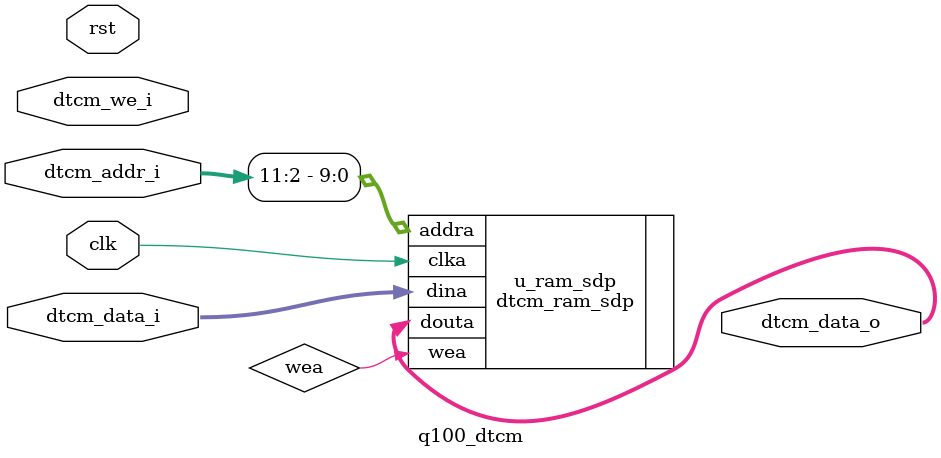
<source format=sv>
module q100_dtcm #(
    parameter DTCM_DATA_WIDTH = 32,
	parameter DTCM_ADDR_WIDTH = 12,
	parameter DTCM_BANK = 4,
	parameter INIT_FILE = ""  // Specify name/location of RAM initialization file if using one (leave blank if not)
)
(
    input clk,
	input rst,
	input         [DTCM_ADDR_WIDTH-1:0] dtcm_addr_i,
	input         [DTCM_BANK-1:0]       dtcm_we_i,
	output        [DTCM_DATA_WIDTH-1:0] dtcm_data_o,
	input         [DTCM_DATA_WIDTH-1:0] dtcm_data_i
);

dtcm_ram_sdp u_ram_sdp (
  .clka(clk),    // input wire clka
  .wea(wea),      // input wire [3 : 0] wea
  .addra(dtcm_addr_i[11:2]),  // input wire [9 : 0] addra
  .dina(dtcm_data_i),    // input wire [35 : 0] dina
  .douta(dtcm_data_o)  // output wire [35 : 0] douta
);
/*
  parameter RAM_WIDTH = DTCM_DATA_WIDTH/DTCM_BANK;
  parameter RAM_DEPTH = 2**DTCM_ADDR_WIDTH/DTCM_BANK;                  // Specify RAM depth (number of entries)

  (* ram_style = "block" *)
  reg [RAM_WIDTH-1:0] dtcm_ram [DTCM_BANK-1:0][RAM_DEPTH-1:0];
  reg [DTCM_DATA_WIDTH-1:0] dtcm_ram_data = {RAM_WIDTH{1'b0}};

  // The following code either initializes the memory values to a specified file or to all zeros to match hardware
  integer bank_index;
  generate
    if (INIT_FILE != "") begin: use_init_file
      initial
	    for (bank_index = 0; bank_index < DTCM_BANK; bank_index = bank_index + 1)
          $readmemh(INIT_FILE, dtcm_ram[bank_index], 0, RAM_DEPTH-1);
    end else begin: init_bram_to_zero
      integer ram_index;
      initial
	    for (bank_index = 0; bank_index < DTCM_BANK; bank_index = bank_index + 1)
          for (ram_index = 0; ram_index < RAM_DEPTH; ram_index = ram_index + 1)
            dtcm_ram[bank_index][ram_index] = {RAM_WIDTH{1'b0}};
    end
  endgenerate

  generate
    for (genvar i = 0; i < DTCM_BANK; i = i + 1)
      always @(posedge clk) begin
        if (dtcm_we_i[i])
          dtcm_ram[i][dtcm_addr_i[DTCM_ADDR_WIDTH-1:2]] <= dtcm_data_i[RAM_WIDTH*(i+1)-1 : RAM_WIDTH*i];
      end
  endgenerate
  
  always @(posedge clk)
    dtcm_ram_data <= {
	  dtcm_ram[3][dtcm_addr_i[DTCM_ADDR_WIDTH-1:2]], 
	  dtcm_ram[2][dtcm_addr_i[DTCM_ADDR_WIDTH-1:2]], 
	  dtcm_ram[1][dtcm_addr_i[DTCM_ADDR_WIDTH-1:2]], 
	  dtcm_ram[0][dtcm_addr_i[DTCM_ADDR_WIDTH-1:2]]};

  // The following is a 1 clock cycle read latency at the cost of a longer clock-to-out timing
  assign dtcm_data_o = dtcm_ram_data;
*/
endmodule

</source>
